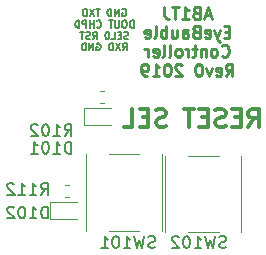
<source format=gbr>
G04 #@! TF.GenerationSoftware,KiCad,Pcbnew,(5.99.0-286-g11f0acefe)*
G04 #@! TF.CreationDate,2019-12-02T23:07:15-05:00*
G04 #@! TF.ProjectId,Controller,436f6e74-726f-46c6-9c65-722e6b696361,rev?*
G04 #@! TF.SameCoordinates,Original*
G04 #@! TF.FileFunction,Legend,Bot*
G04 #@! TF.FilePolarity,Positive*
%FSLAX46Y46*%
G04 Gerber Fmt 4.6, Leading zero omitted, Abs format (unit mm)*
G04 Created by KiCad (PCBNEW (5.99.0-286-g11f0acefe)) date 2019-12-02 23:07:15*
%MOMM*%
%LPD*%
G04 APERTURE LIST*
%ADD10C,0.150000*%
%ADD11C,0.250000*%
%ADD12C,0.300000*%
%ADD13C,0.120000*%
G04 APERTURE END LIST*
D10*
X138500000Y-43751000D02*
X138557142Y-43722428D01*
X138642857Y-43722428D01*
X138728571Y-43751000D01*
X138785714Y-43808142D01*
X138814285Y-43865285D01*
X138842857Y-43979571D01*
X138842857Y-44065285D01*
X138814285Y-44179571D01*
X138785714Y-44236714D01*
X138728571Y-44293857D01*
X138642857Y-44322428D01*
X138585714Y-44322428D01*
X138500000Y-44293857D01*
X138471428Y-44265285D01*
X138471428Y-44065285D01*
X138585714Y-44065285D01*
X138214285Y-44322428D02*
X138214285Y-43722428D01*
X137871428Y-44322428D01*
X137871428Y-43722428D01*
X137585714Y-44322428D02*
X137585714Y-43722428D01*
X137442857Y-43722428D01*
X137357142Y-43751000D01*
X137300000Y-43808142D01*
X137271428Y-43865285D01*
X137242857Y-43979571D01*
X137242857Y-44065285D01*
X137271428Y-44179571D01*
X137300000Y-44236714D01*
X137357142Y-44293857D01*
X137442857Y-44322428D01*
X137585714Y-44322428D01*
X136614285Y-43722428D02*
X136271428Y-43722428D01*
X136442857Y-44322428D02*
X136442857Y-43722428D01*
X136128571Y-43722428D02*
X135728571Y-44322428D01*
X135728571Y-43722428D02*
X136128571Y-44322428D01*
X135500000Y-44322428D02*
X135500000Y-43722428D01*
X135357142Y-43722428D01*
X135271428Y-43751000D01*
X135214285Y-43808142D01*
X135185714Y-43865285D01*
X135157142Y-43979571D01*
X135157142Y-44065285D01*
X135185714Y-44179571D01*
X135214285Y-44236714D01*
X135271428Y-44293857D01*
X135357142Y-44322428D01*
X135500000Y-44322428D01*
X139457142Y-45288428D02*
X139457142Y-44688428D01*
X139314285Y-44688428D01*
X139228571Y-44717000D01*
X139171428Y-44774142D01*
X139142857Y-44831285D01*
X139114285Y-44945571D01*
X139114285Y-45031285D01*
X139142857Y-45145571D01*
X139171428Y-45202714D01*
X139228571Y-45259857D01*
X139314285Y-45288428D01*
X139457142Y-45288428D01*
X138742857Y-44688428D02*
X138628571Y-44688428D01*
X138571428Y-44717000D01*
X138514285Y-44774142D01*
X138485714Y-44888428D01*
X138485714Y-45088428D01*
X138514285Y-45202714D01*
X138571428Y-45259857D01*
X138628571Y-45288428D01*
X138742857Y-45288428D01*
X138800000Y-45259857D01*
X138857142Y-45202714D01*
X138885714Y-45088428D01*
X138885714Y-44888428D01*
X138857142Y-44774142D01*
X138800000Y-44717000D01*
X138742857Y-44688428D01*
X138228571Y-44688428D02*
X138228571Y-45174142D01*
X138200000Y-45231285D01*
X138171428Y-45259857D01*
X138114285Y-45288428D01*
X138000000Y-45288428D01*
X137942857Y-45259857D01*
X137914285Y-45231285D01*
X137885714Y-45174142D01*
X137885714Y-44688428D01*
X137685714Y-44688428D02*
X137342857Y-44688428D01*
X137514285Y-45288428D02*
X137514285Y-44688428D01*
X136342857Y-45231285D02*
X136371428Y-45259857D01*
X136457142Y-45288428D01*
X136514285Y-45288428D01*
X136600000Y-45259857D01*
X136657142Y-45202714D01*
X136685714Y-45145571D01*
X136714285Y-45031285D01*
X136714285Y-44945571D01*
X136685714Y-44831285D01*
X136657142Y-44774142D01*
X136600000Y-44717000D01*
X136514285Y-44688428D01*
X136457142Y-44688428D01*
X136371428Y-44717000D01*
X136342857Y-44745571D01*
X136085714Y-45288428D02*
X136085714Y-44688428D01*
X136085714Y-44974142D02*
X135742857Y-44974142D01*
X135742857Y-45288428D02*
X135742857Y-44688428D01*
X135457142Y-45288428D02*
X135457142Y-44688428D01*
X135228571Y-44688428D01*
X135171428Y-44717000D01*
X135142857Y-44745571D01*
X135114285Y-44802714D01*
X135114285Y-44888428D01*
X135142857Y-44945571D01*
X135171428Y-44974142D01*
X135228571Y-45002714D01*
X135457142Y-45002714D01*
X134857142Y-45288428D02*
X134857142Y-44688428D01*
X134714285Y-44688428D01*
X134628571Y-44717000D01*
X134571428Y-44774142D01*
X134542857Y-44831285D01*
X134514285Y-44945571D01*
X134514285Y-45031285D01*
X134542857Y-45145571D01*
X134571428Y-45202714D01*
X134628571Y-45259857D01*
X134714285Y-45288428D01*
X134857142Y-45288428D01*
X139014285Y-46225857D02*
X138928571Y-46254428D01*
X138785714Y-46254428D01*
X138728571Y-46225857D01*
X138700000Y-46197285D01*
X138671428Y-46140142D01*
X138671428Y-46083000D01*
X138700000Y-46025857D01*
X138728571Y-45997285D01*
X138785714Y-45968714D01*
X138900000Y-45940142D01*
X138957142Y-45911571D01*
X138985714Y-45883000D01*
X139014285Y-45825857D01*
X139014285Y-45768714D01*
X138985714Y-45711571D01*
X138957142Y-45683000D01*
X138900000Y-45654428D01*
X138757142Y-45654428D01*
X138671428Y-45683000D01*
X138414285Y-45940142D02*
X138214285Y-45940142D01*
X138128571Y-46254428D02*
X138414285Y-46254428D01*
X138414285Y-45654428D01*
X138128571Y-45654428D01*
X137585714Y-46254428D02*
X137871428Y-46254428D01*
X137871428Y-45654428D01*
X137271428Y-45654428D02*
X137214285Y-45654428D01*
X137157142Y-45683000D01*
X137128571Y-45711571D01*
X137100000Y-45768714D01*
X137071428Y-45883000D01*
X137071428Y-46025857D01*
X137100000Y-46140142D01*
X137128571Y-46197285D01*
X137157142Y-46225857D01*
X137214285Y-46254428D01*
X137271428Y-46254428D01*
X137328571Y-46225857D01*
X137357142Y-46197285D01*
X137385714Y-46140142D01*
X137414285Y-46025857D01*
X137414285Y-45883000D01*
X137385714Y-45768714D01*
X137357142Y-45711571D01*
X137328571Y-45683000D01*
X137271428Y-45654428D01*
X136014285Y-46254428D02*
X136214285Y-45968714D01*
X136357142Y-46254428D02*
X136357142Y-45654428D01*
X136128571Y-45654428D01*
X136071428Y-45683000D01*
X136042857Y-45711571D01*
X136014285Y-45768714D01*
X136014285Y-45854428D01*
X136042857Y-45911571D01*
X136071428Y-45940142D01*
X136128571Y-45968714D01*
X136357142Y-45968714D01*
X135785714Y-46225857D02*
X135700000Y-46254428D01*
X135557142Y-46254428D01*
X135500000Y-46225857D01*
X135471428Y-46197285D01*
X135442857Y-46140142D01*
X135442857Y-46083000D01*
X135471428Y-46025857D01*
X135500000Y-45997285D01*
X135557142Y-45968714D01*
X135671428Y-45940142D01*
X135728571Y-45911571D01*
X135757142Y-45883000D01*
X135785714Y-45825857D01*
X135785714Y-45768714D01*
X135757142Y-45711571D01*
X135728571Y-45683000D01*
X135671428Y-45654428D01*
X135528571Y-45654428D01*
X135442857Y-45683000D01*
X135271428Y-45654428D02*
X134928571Y-45654428D01*
X135100000Y-46254428D02*
X135100000Y-45654428D01*
X138542857Y-47220428D02*
X138742857Y-46934714D01*
X138885714Y-47220428D02*
X138885714Y-46620428D01*
X138657142Y-46620428D01*
X138600000Y-46649000D01*
X138571428Y-46677571D01*
X138542857Y-46734714D01*
X138542857Y-46820428D01*
X138571428Y-46877571D01*
X138600000Y-46906142D01*
X138657142Y-46934714D01*
X138885714Y-46934714D01*
X138342857Y-46620428D02*
X137942857Y-47220428D01*
X137942857Y-46620428D02*
X138342857Y-47220428D01*
X137714285Y-47220428D02*
X137714285Y-46620428D01*
X137571428Y-46620428D01*
X137485714Y-46649000D01*
X137428571Y-46706142D01*
X137400000Y-46763285D01*
X137371428Y-46877571D01*
X137371428Y-46963285D01*
X137400000Y-47077571D01*
X137428571Y-47134714D01*
X137485714Y-47191857D01*
X137571428Y-47220428D01*
X137714285Y-47220428D01*
X136342857Y-46649000D02*
X136400000Y-46620428D01*
X136485714Y-46620428D01*
X136571428Y-46649000D01*
X136628571Y-46706142D01*
X136657142Y-46763285D01*
X136685714Y-46877571D01*
X136685714Y-46963285D01*
X136657142Y-47077571D01*
X136628571Y-47134714D01*
X136571428Y-47191857D01*
X136485714Y-47220428D01*
X136428571Y-47220428D01*
X136342857Y-47191857D01*
X136314285Y-47163285D01*
X136314285Y-46963285D01*
X136428571Y-46963285D01*
X136057142Y-47220428D02*
X136057142Y-46620428D01*
X135714285Y-47220428D01*
X135714285Y-46620428D01*
X135428571Y-47220428D02*
X135428571Y-46620428D01*
X135285714Y-46620428D01*
X135200000Y-46649000D01*
X135142857Y-46706142D01*
X135114285Y-46763285D01*
X135085714Y-46877571D01*
X135085714Y-46963285D01*
X135114285Y-47077571D01*
X135142857Y-47134714D01*
X135200000Y-47191857D01*
X135285714Y-47220428D01*
X135428571Y-47220428D01*
D11*
X145976190Y-44251666D02*
X145500000Y-44251666D01*
X146071428Y-44537380D02*
X145738095Y-43537380D01*
X145404761Y-44537380D01*
X144738095Y-44013571D02*
X144595238Y-44061190D01*
X144547619Y-44108809D01*
X144500000Y-44204047D01*
X144500000Y-44346904D01*
X144547619Y-44442142D01*
X144595238Y-44489761D01*
X144690476Y-44537380D01*
X145071428Y-44537380D01*
X145071428Y-43537380D01*
X144738095Y-43537380D01*
X144642857Y-43585000D01*
X144595238Y-43632619D01*
X144547619Y-43727857D01*
X144547619Y-43823095D01*
X144595238Y-43918333D01*
X144642857Y-43965952D01*
X144738095Y-44013571D01*
X145071428Y-44013571D01*
X143547619Y-44537380D02*
X144119047Y-44537380D01*
X143833333Y-44537380D02*
X143833333Y-43537380D01*
X143928571Y-43680238D01*
X144023809Y-43775476D01*
X144119047Y-43823095D01*
X143261904Y-43537380D02*
X142690476Y-43537380D01*
X142976190Y-44537380D02*
X142976190Y-43537380D01*
X142071428Y-43537380D02*
X142071428Y-44251666D01*
X142119047Y-44394523D01*
X142214285Y-44489761D01*
X142357142Y-44537380D01*
X142452380Y-44537380D01*
X147571428Y-45623571D02*
X147238095Y-45623571D01*
X147095238Y-46147380D02*
X147571428Y-46147380D01*
X147571428Y-45147380D01*
X147095238Y-45147380D01*
X146761904Y-45480714D02*
X146523809Y-46147380D01*
X146285714Y-45480714D02*
X146523809Y-46147380D01*
X146619047Y-46385476D01*
X146666666Y-46433095D01*
X146761904Y-46480714D01*
X145523809Y-46099761D02*
X145619047Y-46147380D01*
X145809523Y-46147380D01*
X145904761Y-46099761D01*
X145952380Y-46004523D01*
X145952380Y-45623571D01*
X145904761Y-45528333D01*
X145809523Y-45480714D01*
X145619047Y-45480714D01*
X145523809Y-45528333D01*
X145476190Y-45623571D01*
X145476190Y-45718809D01*
X145952380Y-45814047D01*
X144714285Y-45623571D02*
X144571428Y-45671190D01*
X144523809Y-45718809D01*
X144476190Y-45814047D01*
X144476190Y-45956904D01*
X144523809Y-46052142D01*
X144571428Y-46099761D01*
X144666666Y-46147380D01*
X145047619Y-46147380D01*
X145047619Y-45147380D01*
X144714285Y-45147380D01*
X144619047Y-45195000D01*
X144571428Y-45242619D01*
X144523809Y-45337857D01*
X144523809Y-45433095D01*
X144571428Y-45528333D01*
X144619047Y-45575952D01*
X144714285Y-45623571D01*
X145047619Y-45623571D01*
X143619047Y-46147380D02*
X143619047Y-45623571D01*
X143666666Y-45528333D01*
X143761904Y-45480714D01*
X143952380Y-45480714D01*
X144047619Y-45528333D01*
X143619047Y-46099761D02*
X143714285Y-46147380D01*
X143952380Y-46147380D01*
X144047619Y-46099761D01*
X144095238Y-46004523D01*
X144095238Y-45909285D01*
X144047619Y-45814047D01*
X143952380Y-45766428D01*
X143714285Y-45766428D01*
X143619047Y-45718809D01*
X142714285Y-45480714D02*
X142714285Y-46147380D01*
X143142857Y-45480714D02*
X143142857Y-46004523D01*
X143095238Y-46099761D01*
X143000000Y-46147380D01*
X142857142Y-46147380D01*
X142761904Y-46099761D01*
X142714285Y-46052142D01*
X142238095Y-46147380D02*
X142238095Y-45147380D01*
X142238095Y-45528333D02*
X142142857Y-45480714D01*
X141952380Y-45480714D01*
X141857142Y-45528333D01*
X141809523Y-45575952D01*
X141761904Y-45671190D01*
X141761904Y-45956904D01*
X141809523Y-46052142D01*
X141857142Y-46099761D01*
X141952380Y-46147380D01*
X142142857Y-46147380D01*
X142238095Y-46099761D01*
X141190476Y-46147380D02*
X141285714Y-46099761D01*
X141333333Y-46004523D01*
X141333333Y-45147380D01*
X140428571Y-46099761D02*
X140523809Y-46147380D01*
X140714285Y-46147380D01*
X140809523Y-46099761D01*
X140857142Y-46004523D01*
X140857142Y-45623571D01*
X140809523Y-45528333D01*
X140714285Y-45480714D01*
X140523809Y-45480714D01*
X140428571Y-45528333D01*
X140380952Y-45623571D01*
X140380952Y-45718809D01*
X140857142Y-45814047D01*
X146904761Y-47662142D02*
X146952380Y-47709761D01*
X147095238Y-47757380D01*
X147190476Y-47757380D01*
X147333333Y-47709761D01*
X147428571Y-47614523D01*
X147476190Y-47519285D01*
X147523809Y-47328809D01*
X147523809Y-47185952D01*
X147476190Y-46995476D01*
X147428571Y-46900238D01*
X147333333Y-46805000D01*
X147190476Y-46757380D01*
X147095238Y-46757380D01*
X146952380Y-46805000D01*
X146904761Y-46852619D01*
X146333333Y-47757380D02*
X146428571Y-47709761D01*
X146476190Y-47662142D01*
X146523809Y-47566904D01*
X146523809Y-47281190D01*
X146476190Y-47185952D01*
X146428571Y-47138333D01*
X146333333Y-47090714D01*
X146190476Y-47090714D01*
X146095238Y-47138333D01*
X146047619Y-47185952D01*
X146000000Y-47281190D01*
X146000000Y-47566904D01*
X146047619Y-47662142D01*
X146095238Y-47709761D01*
X146190476Y-47757380D01*
X146333333Y-47757380D01*
X145571428Y-47090714D02*
X145571428Y-47757380D01*
X145571428Y-47185952D02*
X145523809Y-47138333D01*
X145428571Y-47090714D01*
X145285714Y-47090714D01*
X145190476Y-47138333D01*
X145142857Y-47233571D01*
X145142857Y-47757380D01*
X144809523Y-47090714D02*
X144428571Y-47090714D01*
X144666666Y-46757380D02*
X144666666Y-47614523D01*
X144619047Y-47709761D01*
X144523809Y-47757380D01*
X144428571Y-47757380D01*
X144095238Y-47757380D02*
X144095238Y-47090714D01*
X144095238Y-47281190D02*
X144047619Y-47185952D01*
X144000000Y-47138333D01*
X143904761Y-47090714D01*
X143809523Y-47090714D01*
X143333333Y-47757380D02*
X143428571Y-47709761D01*
X143476190Y-47662142D01*
X143523809Y-47566904D01*
X143523809Y-47281190D01*
X143476190Y-47185952D01*
X143428571Y-47138333D01*
X143333333Y-47090714D01*
X143190476Y-47090714D01*
X143095238Y-47138333D01*
X143047619Y-47185952D01*
X143000000Y-47281190D01*
X143000000Y-47566904D01*
X143047619Y-47662142D01*
X143095238Y-47709761D01*
X143190476Y-47757380D01*
X143333333Y-47757380D01*
X142428571Y-47757380D02*
X142523809Y-47709761D01*
X142571428Y-47614523D01*
X142571428Y-46757380D01*
X141904761Y-47757380D02*
X142000000Y-47709761D01*
X142047619Y-47614523D01*
X142047619Y-46757380D01*
X141142857Y-47709761D02*
X141238095Y-47757380D01*
X141428571Y-47757380D01*
X141523809Y-47709761D01*
X141571428Y-47614523D01*
X141571428Y-47233571D01*
X141523809Y-47138333D01*
X141428571Y-47090714D01*
X141238095Y-47090714D01*
X141142857Y-47138333D01*
X141095238Y-47233571D01*
X141095238Y-47328809D01*
X141571428Y-47424047D01*
X140666666Y-47757380D02*
X140666666Y-47090714D01*
X140666666Y-47281190D02*
X140619047Y-47185952D01*
X140571428Y-47138333D01*
X140476190Y-47090714D01*
X140380952Y-47090714D01*
X147261904Y-49367380D02*
X147595238Y-48891190D01*
X147833333Y-49367380D02*
X147833333Y-48367380D01*
X147452380Y-48367380D01*
X147357142Y-48415000D01*
X147309523Y-48462619D01*
X147261904Y-48557857D01*
X147261904Y-48700714D01*
X147309523Y-48795952D01*
X147357142Y-48843571D01*
X147452380Y-48891190D01*
X147833333Y-48891190D01*
X146452380Y-49319761D02*
X146547619Y-49367380D01*
X146738095Y-49367380D01*
X146833333Y-49319761D01*
X146880952Y-49224523D01*
X146880952Y-48843571D01*
X146833333Y-48748333D01*
X146738095Y-48700714D01*
X146547619Y-48700714D01*
X146452380Y-48748333D01*
X146404761Y-48843571D01*
X146404761Y-48938809D01*
X146880952Y-49034047D01*
X146071428Y-48700714D02*
X145833333Y-49367380D01*
X145595238Y-48700714D01*
X145023809Y-48367380D02*
X144928571Y-48367380D01*
X144833333Y-48415000D01*
X144785714Y-48462619D01*
X144738095Y-48557857D01*
X144690476Y-48748333D01*
X144690476Y-48986428D01*
X144738095Y-49176904D01*
X144785714Y-49272142D01*
X144833333Y-49319761D01*
X144928571Y-49367380D01*
X145023809Y-49367380D01*
X145119047Y-49319761D01*
X145166666Y-49272142D01*
X145214285Y-49176904D01*
X145261904Y-48986428D01*
X145261904Y-48748333D01*
X145214285Y-48557857D01*
X145166666Y-48462619D01*
X145119047Y-48415000D01*
X145023809Y-48367380D01*
X143547619Y-48462619D02*
X143500000Y-48415000D01*
X143404761Y-48367380D01*
X143166666Y-48367380D01*
X143071428Y-48415000D01*
X143023809Y-48462619D01*
X142976190Y-48557857D01*
X142976190Y-48653095D01*
X143023809Y-48795952D01*
X143595238Y-49367380D01*
X142976190Y-49367380D01*
X142357142Y-48367380D02*
X142261904Y-48367380D01*
X142166666Y-48415000D01*
X142119047Y-48462619D01*
X142071428Y-48557857D01*
X142023809Y-48748333D01*
X142023809Y-48986428D01*
X142071428Y-49176904D01*
X142119047Y-49272142D01*
X142166666Y-49319761D01*
X142261904Y-49367380D01*
X142357142Y-49367380D01*
X142452380Y-49319761D01*
X142500000Y-49272142D01*
X142547619Y-49176904D01*
X142595238Y-48986428D01*
X142595238Y-48748333D01*
X142547619Y-48557857D01*
X142500000Y-48462619D01*
X142452380Y-48415000D01*
X142357142Y-48367380D01*
X141071428Y-49367380D02*
X141642857Y-49367380D01*
X141357142Y-49367380D02*
X141357142Y-48367380D01*
X141452380Y-48510238D01*
X141547619Y-48605476D01*
X141642857Y-48653095D01*
X140595238Y-49367380D02*
X140404761Y-49367380D01*
X140309523Y-49319761D01*
X140261904Y-49272142D01*
X140166666Y-49129285D01*
X140119047Y-48938809D01*
X140119047Y-48557857D01*
X140166666Y-48462619D01*
X140214285Y-48415000D01*
X140309523Y-48367380D01*
X140500000Y-48367380D01*
X140595238Y-48415000D01*
X140642857Y-48462619D01*
X140690476Y-48557857D01*
X140690476Y-48795952D01*
X140642857Y-48891190D01*
X140595238Y-48938809D01*
X140500000Y-48986428D01*
X140309523Y-48986428D01*
X140214285Y-48938809D01*
X140166666Y-48891190D01*
X140119047Y-48795952D01*
D12*
X142214285Y-53607142D02*
X142000000Y-53678571D01*
X141642857Y-53678571D01*
X141500000Y-53607142D01*
X141428571Y-53535714D01*
X141357142Y-53392857D01*
X141357142Y-53250000D01*
X141428571Y-53107142D01*
X141500000Y-53035714D01*
X141642857Y-52964285D01*
X141928571Y-52892857D01*
X142071428Y-52821428D01*
X142142857Y-52750000D01*
X142214285Y-52607142D01*
X142214285Y-52464285D01*
X142142857Y-52321428D01*
X142071428Y-52250000D01*
X141928571Y-52178571D01*
X141571428Y-52178571D01*
X141357142Y-52250000D01*
X140714285Y-52892857D02*
X140214285Y-52892857D01*
X140000000Y-53678571D02*
X140714285Y-53678571D01*
X140714285Y-52178571D01*
X140000000Y-52178571D01*
X138642857Y-53678571D02*
X139357142Y-53678571D01*
X139357142Y-52178571D01*
X149178571Y-53678571D02*
X149678571Y-52964285D01*
X150035714Y-53678571D02*
X150035714Y-52178571D01*
X149464285Y-52178571D01*
X149321428Y-52250000D01*
X149250000Y-52321428D01*
X149178571Y-52464285D01*
X149178571Y-52678571D01*
X149250000Y-52821428D01*
X149321428Y-52892857D01*
X149464285Y-52964285D01*
X150035714Y-52964285D01*
X148535714Y-52892857D02*
X148035714Y-52892857D01*
X147821428Y-53678571D02*
X148535714Y-53678571D01*
X148535714Y-52178571D01*
X147821428Y-52178571D01*
X147250000Y-53607142D02*
X147035714Y-53678571D01*
X146678571Y-53678571D01*
X146535714Y-53607142D01*
X146464285Y-53535714D01*
X146392857Y-53392857D01*
X146392857Y-53250000D01*
X146464285Y-53107142D01*
X146535714Y-53035714D01*
X146678571Y-52964285D01*
X146964285Y-52892857D01*
X147107142Y-52821428D01*
X147178571Y-52750000D01*
X147250000Y-52607142D01*
X147250000Y-52464285D01*
X147178571Y-52321428D01*
X147107142Y-52250000D01*
X146964285Y-52178571D01*
X146607142Y-52178571D01*
X146392857Y-52250000D01*
X145750000Y-52892857D02*
X145250000Y-52892857D01*
X145035714Y-53678571D02*
X145750000Y-53678571D01*
X145750000Y-52178571D01*
X145035714Y-52178571D01*
X144607142Y-52178571D02*
X143750000Y-52178571D01*
X144178571Y-53678571D02*
X144178571Y-52178571D01*
D13*
X148580000Y-56120000D02*
X148550000Y-56120000D01*
X142120000Y-56120000D02*
X142150000Y-56120000D01*
X142120000Y-62580000D02*
X142150000Y-62580000D01*
X148550000Y-62580000D02*
X148580000Y-62580000D01*
X146650000Y-56120000D02*
X144050000Y-56120000D01*
X148580000Y-62580000D02*
X148580000Y-56120000D01*
X146650000Y-62580000D02*
X144050000Y-62580000D01*
X142120000Y-62580000D02*
X142120000Y-56120000D01*
X141880000Y-56020000D02*
X141850000Y-56020000D01*
X135420000Y-56020000D02*
X135450000Y-56020000D01*
X135420000Y-62480000D02*
X135450000Y-62480000D01*
X141850000Y-62480000D02*
X141880000Y-62480000D01*
X139950000Y-56020000D02*
X137350000Y-56020000D01*
X141880000Y-62480000D02*
X141880000Y-56020000D01*
X139950000Y-62480000D02*
X137350000Y-62480000D01*
X135420000Y-62480000D02*
X135420000Y-56020000D01*
X133687221Y-59610000D02*
X134012779Y-59610000D01*
X133687221Y-58590000D02*
X134012779Y-58590000D01*
X136912779Y-50640000D02*
X136587221Y-50640000D01*
X136912779Y-51660000D02*
X136587221Y-51660000D01*
X134650000Y-61535000D02*
X132365000Y-61535000D01*
X132365000Y-61535000D02*
X132365000Y-60065000D01*
X132365000Y-60065000D02*
X134650000Y-60065000D01*
X137550000Y-53535000D02*
X135265000Y-53535000D01*
X135265000Y-53535000D02*
X135265000Y-52065000D01*
X135265000Y-52065000D02*
X137550000Y-52065000D01*
D10*
X147285714Y-63904761D02*
X147142857Y-63952380D01*
X146904761Y-63952380D01*
X146809523Y-63904761D01*
X146761904Y-63857142D01*
X146714285Y-63761904D01*
X146714285Y-63666666D01*
X146761904Y-63571428D01*
X146809523Y-63523809D01*
X146904761Y-63476190D01*
X147095238Y-63428571D01*
X147190476Y-63380952D01*
X147238095Y-63333333D01*
X147285714Y-63238095D01*
X147285714Y-63142857D01*
X147238095Y-63047619D01*
X147190476Y-63000000D01*
X147095238Y-62952380D01*
X146857142Y-62952380D01*
X146714285Y-63000000D01*
X146380952Y-62952380D02*
X146142857Y-63952380D01*
X145952380Y-63238095D01*
X145761904Y-63952380D01*
X145523809Y-62952380D01*
X144619047Y-63952380D02*
X145190476Y-63952380D01*
X144904761Y-63952380D02*
X144904761Y-62952380D01*
X145000000Y-63095238D01*
X145095238Y-63190476D01*
X145190476Y-63238095D01*
X144000000Y-62952380D02*
X143904761Y-62952380D01*
X143809523Y-63000000D01*
X143761904Y-63047619D01*
X143714285Y-63142857D01*
X143666666Y-63333333D01*
X143666666Y-63571428D01*
X143714285Y-63761904D01*
X143761904Y-63857142D01*
X143809523Y-63904761D01*
X143904761Y-63952380D01*
X144000000Y-63952380D01*
X144095238Y-63904761D01*
X144142857Y-63857142D01*
X144190476Y-63761904D01*
X144238095Y-63571428D01*
X144238095Y-63333333D01*
X144190476Y-63142857D01*
X144142857Y-63047619D01*
X144095238Y-63000000D01*
X144000000Y-62952380D01*
X143285714Y-63047619D02*
X143238095Y-63000000D01*
X143142857Y-62952380D01*
X142904761Y-62952380D01*
X142809523Y-63000000D01*
X142761904Y-63047619D01*
X142714285Y-63142857D01*
X142714285Y-63238095D01*
X142761904Y-63380952D01*
X143333333Y-63952380D01*
X142714285Y-63952380D01*
X141285714Y-63904761D02*
X141142857Y-63952380D01*
X140904761Y-63952380D01*
X140809523Y-63904761D01*
X140761904Y-63857142D01*
X140714285Y-63761904D01*
X140714285Y-63666666D01*
X140761904Y-63571428D01*
X140809523Y-63523809D01*
X140904761Y-63476190D01*
X141095238Y-63428571D01*
X141190476Y-63380952D01*
X141238095Y-63333333D01*
X141285714Y-63238095D01*
X141285714Y-63142857D01*
X141238095Y-63047619D01*
X141190476Y-63000000D01*
X141095238Y-62952380D01*
X140857142Y-62952380D01*
X140714285Y-63000000D01*
X140380952Y-62952380D02*
X140142857Y-63952380D01*
X139952380Y-63238095D01*
X139761904Y-63952380D01*
X139523809Y-62952380D01*
X138619047Y-63952380D02*
X139190476Y-63952380D01*
X138904761Y-63952380D02*
X138904761Y-62952380D01*
X139000000Y-63095238D01*
X139095238Y-63190476D01*
X139190476Y-63238095D01*
X138000000Y-62952380D02*
X137904761Y-62952380D01*
X137809523Y-63000000D01*
X137761904Y-63047619D01*
X137714285Y-63142857D01*
X137666666Y-63333333D01*
X137666666Y-63571428D01*
X137714285Y-63761904D01*
X137761904Y-63857142D01*
X137809523Y-63904761D01*
X137904761Y-63952380D01*
X138000000Y-63952380D01*
X138095238Y-63904761D01*
X138142857Y-63857142D01*
X138190476Y-63761904D01*
X138238095Y-63571428D01*
X138238095Y-63333333D01*
X138190476Y-63142857D01*
X138142857Y-63047619D01*
X138095238Y-63000000D01*
X138000000Y-62952380D01*
X136714285Y-63952380D02*
X137285714Y-63952380D01*
X137000000Y-63952380D02*
X137000000Y-62952380D01*
X137095238Y-63095238D01*
X137190476Y-63190476D01*
X137285714Y-63238095D01*
X131619047Y-59452380D02*
X131952380Y-58976190D01*
X132190476Y-59452380D02*
X132190476Y-58452380D01*
X131809523Y-58452380D01*
X131714285Y-58500000D01*
X131666666Y-58547619D01*
X131619047Y-58642857D01*
X131619047Y-58785714D01*
X131666666Y-58880952D01*
X131714285Y-58928571D01*
X131809523Y-58976190D01*
X132190476Y-58976190D01*
X130666666Y-59452380D02*
X131238095Y-59452380D01*
X130952380Y-59452380D02*
X130952380Y-58452380D01*
X131047619Y-58595238D01*
X131142857Y-58690476D01*
X131238095Y-58738095D01*
X129714285Y-59452380D02*
X130285714Y-59452380D01*
X130000000Y-59452380D02*
X130000000Y-58452380D01*
X130095238Y-58595238D01*
X130190476Y-58690476D01*
X130285714Y-58738095D01*
X129333333Y-58547619D02*
X129285714Y-58500000D01*
X129190476Y-58452380D01*
X128952380Y-58452380D01*
X128857142Y-58500000D01*
X128809523Y-58547619D01*
X128761904Y-58642857D01*
X128761904Y-58738095D01*
X128809523Y-58880952D01*
X129380952Y-59452380D01*
X128761904Y-59452380D01*
X133619047Y-54452380D02*
X133952380Y-53976190D01*
X134190476Y-54452380D02*
X134190476Y-53452380D01*
X133809523Y-53452380D01*
X133714285Y-53500000D01*
X133666666Y-53547619D01*
X133619047Y-53642857D01*
X133619047Y-53785714D01*
X133666666Y-53880952D01*
X133714285Y-53928571D01*
X133809523Y-53976190D01*
X134190476Y-53976190D01*
X132666666Y-54452380D02*
X133238095Y-54452380D01*
X132952380Y-54452380D02*
X132952380Y-53452380D01*
X133047619Y-53595238D01*
X133142857Y-53690476D01*
X133238095Y-53738095D01*
X132047619Y-53452380D02*
X131952380Y-53452380D01*
X131857142Y-53500000D01*
X131809523Y-53547619D01*
X131761904Y-53642857D01*
X131714285Y-53833333D01*
X131714285Y-54071428D01*
X131761904Y-54261904D01*
X131809523Y-54357142D01*
X131857142Y-54404761D01*
X131952380Y-54452380D01*
X132047619Y-54452380D01*
X132142857Y-54404761D01*
X132190476Y-54357142D01*
X132238095Y-54261904D01*
X132285714Y-54071428D01*
X132285714Y-53833333D01*
X132238095Y-53642857D01*
X132190476Y-53547619D01*
X132142857Y-53500000D01*
X132047619Y-53452380D01*
X131333333Y-53547619D02*
X131285714Y-53500000D01*
X131190476Y-53452380D01*
X130952380Y-53452380D01*
X130857142Y-53500000D01*
X130809523Y-53547619D01*
X130761904Y-53642857D01*
X130761904Y-53738095D01*
X130809523Y-53880952D01*
X131380952Y-54452380D01*
X130761904Y-54452380D01*
X132190476Y-61452380D02*
X132190476Y-60452380D01*
X131952380Y-60452380D01*
X131809523Y-60500000D01*
X131714285Y-60595238D01*
X131666666Y-60690476D01*
X131619047Y-60880952D01*
X131619047Y-61023809D01*
X131666666Y-61214285D01*
X131714285Y-61309523D01*
X131809523Y-61404761D01*
X131952380Y-61452380D01*
X132190476Y-61452380D01*
X130666666Y-61452380D02*
X131238095Y-61452380D01*
X130952380Y-61452380D02*
X130952380Y-60452380D01*
X131047619Y-60595238D01*
X131142857Y-60690476D01*
X131238095Y-60738095D01*
X130047619Y-60452380D02*
X129952380Y-60452380D01*
X129857142Y-60500000D01*
X129809523Y-60547619D01*
X129761904Y-60642857D01*
X129714285Y-60833333D01*
X129714285Y-61071428D01*
X129761904Y-61261904D01*
X129809523Y-61357142D01*
X129857142Y-61404761D01*
X129952380Y-61452380D01*
X130047619Y-61452380D01*
X130142857Y-61404761D01*
X130190476Y-61357142D01*
X130238095Y-61261904D01*
X130285714Y-61071428D01*
X130285714Y-60833333D01*
X130238095Y-60642857D01*
X130190476Y-60547619D01*
X130142857Y-60500000D01*
X130047619Y-60452380D01*
X129333333Y-60547619D02*
X129285714Y-60500000D01*
X129190476Y-60452380D01*
X128952380Y-60452380D01*
X128857142Y-60500000D01*
X128809523Y-60547619D01*
X128761904Y-60642857D01*
X128761904Y-60738095D01*
X128809523Y-60880952D01*
X129380952Y-61452380D01*
X128761904Y-61452380D01*
X134190476Y-55952380D02*
X134190476Y-54952380D01*
X133952380Y-54952380D01*
X133809523Y-55000000D01*
X133714285Y-55095238D01*
X133666666Y-55190476D01*
X133619047Y-55380952D01*
X133619047Y-55523809D01*
X133666666Y-55714285D01*
X133714285Y-55809523D01*
X133809523Y-55904761D01*
X133952380Y-55952380D01*
X134190476Y-55952380D01*
X132666666Y-55952380D02*
X133238095Y-55952380D01*
X132952380Y-55952380D02*
X132952380Y-54952380D01*
X133047619Y-55095238D01*
X133142857Y-55190476D01*
X133238095Y-55238095D01*
X132047619Y-54952380D02*
X131952380Y-54952380D01*
X131857142Y-55000000D01*
X131809523Y-55047619D01*
X131761904Y-55142857D01*
X131714285Y-55333333D01*
X131714285Y-55571428D01*
X131761904Y-55761904D01*
X131809523Y-55857142D01*
X131857142Y-55904761D01*
X131952380Y-55952380D01*
X132047619Y-55952380D01*
X132142857Y-55904761D01*
X132190476Y-55857142D01*
X132238095Y-55761904D01*
X132285714Y-55571428D01*
X132285714Y-55333333D01*
X132238095Y-55142857D01*
X132190476Y-55047619D01*
X132142857Y-55000000D01*
X132047619Y-54952380D01*
X130761904Y-55952380D02*
X131333333Y-55952380D01*
X131047619Y-55952380D02*
X131047619Y-54952380D01*
X131142857Y-55095238D01*
X131238095Y-55190476D01*
X131333333Y-55238095D01*
M02*

</source>
